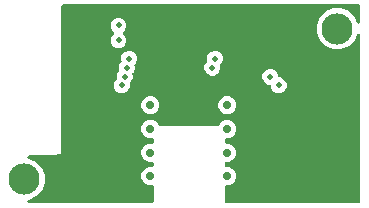
<source format=gbr>
G04 EAGLE Gerber RS-274X export*
G75*
%MOMM*%
%FSLAX34Y34*%
%LPD*%
%INEAGLE Copper Layer 15*%
%IPPOS*%
%AMOC8*
5,1,8,0,0,1.08239X$1,22.5*%
G01*
%ADD10C,0.703200*%
%ADD11C,0.508000*%
%ADD12C,2.640000*%

G36*
X133028Y4830D02*
X133028Y4830D01*
X133054Y4828D01*
X133201Y4850D01*
X133348Y4867D01*
X133373Y4875D01*
X133399Y4879D01*
X133537Y4934D01*
X133676Y4984D01*
X133698Y4998D01*
X133723Y5008D01*
X133844Y5093D01*
X133969Y5173D01*
X133987Y5192D01*
X134009Y5207D01*
X134108Y5317D01*
X134211Y5424D01*
X134225Y5446D01*
X134242Y5466D01*
X134314Y5596D01*
X134390Y5723D01*
X134398Y5748D01*
X134411Y5771D01*
X134451Y5914D01*
X134496Y6055D01*
X134498Y6081D01*
X134506Y6106D01*
X134525Y6350D01*
X134525Y18396D01*
X134522Y18422D01*
X134524Y18448D01*
X134502Y18595D01*
X134485Y18742D01*
X134477Y18767D01*
X134473Y18793D01*
X134418Y18931D01*
X134368Y19070D01*
X134354Y19092D01*
X134344Y19117D01*
X134259Y19238D01*
X134179Y19363D01*
X134160Y19381D01*
X134145Y19403D01*
X134035Y19502D01*
X133928Y19605D01*
X133906Y19619D01*
X133886Y19636D01*
X133756Y19708D01*
X133629Y19784D01*
X133604Y19792D01*
X133581Y19805D01*
X133438Y19845D01*
X133297Y19890D01*
X133271Y19892D01*
X133246Y19900D01*
X133002Y19919D01*
X130217Y19919D01*
X127431Y21073D01*
X125298Y23206D01*
X124144Y25992D01*
X124144Y29008D01*
X125298Y31794D01*
X127431Y33927D01*
X130217Y35081D01*
X133002Y35081D01*
X133028Y35084D01*
X133054Y35082D01*
X133201Y35104D01*
X133348Y35121D01*
X133373Y35129D01*
X133399Y35133D01*
X133537Y35188D01*
X133676Y35238D01*
X133698Y35252D01*
X133723Y35262D01*
X133844Y35347D01*
X133969Y35427D01*
X133987Y35446D01*
X134009Y35461D01*
X134108Y35571D01*
X134211Y35678D01*
X134225Y35700D01*
X134242Y35720D01*
X134314Y35850D01*
X134390Y35977D01*
X134398Y36002D01*
X134411Y36025D01*
X134451Y36168D01*
X134496Y36309D01*
X134498Y36335D01*
X134506Y36360D01*
X134525Y36604D01*
X134525Y38396D01*
X134522Y38422D01*
X134524Y38448D01*
X134502Y38595D01*
X134485Y38742D01*
X134477Y38767D01*
X134473Y38793D01*
X134418Y38931D01*
X134368Y39070D01*
X134354Y39092D01*
X134344Y39117D01*
X134259Y39238D01*
X134179Y39363D01*
X134160Y39381D01*
X134145Y39403D01*
X134035Y39502D01*
X133928Y39605D01*
X133906Y39619D01*
X133886Y39636D01*
X133756Y39708D01*
X133629Y39784D01*
X133604Y39792D01*
X133581Y39805D01*
X133438Y39845D01*
X133297Y39890D01*
X133271Y39892D01*
X133246Y39900D01*
X133002Y39919D01*
X130217Y39919D01*
X127431Y41073D01*
X125298Y43206D01*
X124144Y45992D01*
X124144Y49008D01*
X125298Y51794D01*
X127431Y53927D01*
X130217Y55081D01*
X133002Y55081D01*
X133028Y55084D01*
X133054Y55082D01*
X133201Y55104D01*
X133348Y55121D01*
X133373Y55129D01*
X133399Y55133D01*
X133537Y55188D01*
X133676Y55238D01*
X133698Y55252D01*
X133723Y55262D01*
X133844Y55347D01*
X133969Y55427D01*
X133987Y55446D01*
X134009Y55461D01*
X134108Y55571D01*
X134211Y55678D01*
X134225Y55700D01*
X134242Y55720D01*
X134314Y55850D01*
X134390Y55977D01*
X134398Y56002D01*
X134411Y56025D01*
X134451Y56168D01*
X134496Y56309D01*
X134498Y56335D01*
X134506Y56360D01*
X134525Y56604D01*
X134525Y58396D01*
X134522Y58422D01*
X134524Y58448D01*
X134502Y58595D01*
X134485Y58742D01*
X134477Y58767D01*
X134473Y58793D01*
X134418Y58931D01*
X134368Y59070D01*
X134354Y59092D01*
X134344Y59117D01*
X134259Y59238D01*
X134179Y59363D01*
X134160Y59381D01*
X134145Y59403D01*
X134035Y59502D01*
X133928Y59605D01*
X133906Y59619D01*
X133886Y59636D01*
X133756Y59708D01*
X133629Y59784D01*
X133604Y59792D01*
X133581Y59805D01*
X133438Y59845D01*
X133297Y59890D01*
X133271Y59892D01*
X133246Y59900D01*
X133002Y59919D01*
X130217Y59919D01*
X127431Y61073D01*
X125298Y63206D01*
X124144Y65992D01*
X124144Y69008D01*
X125298Y71794D01*
X127431Y73927D01*
X130217Y75081D01*
X133233Y75081D01*
X136019Y73927D01*
X138152Y71794D01*
X138630Y70640D01*
X138667Y70573D01*
X138695Y70502D01*
X138751Y70421D01*
X138799Y70335D01*
X138850Y70279D01*
X138894Y70216D01*
X138967Y70150D01*
X139033Y70077D01*
X139096Y70034D01*
X139153Y69983D01*
X139239Y69935D01*
X139320Y69879D01*
X139391Y69851D01*
X139458Y69814D01*
X139553Y69787D01*
X139644Y69751D01*
X139720Y69740D01*
X139793Y69719D01*
X139942Y69707D01*
X139989Y69700D01*
X140008Y69702D01*
X140037Y69700D01*
X188413Y69700D01*
X188489Y69708D01*
X188565Y69707D01*
X188662Y69728D01*
X188759Y69740D01*
X188831Y69765D01*
X188906Y69782D01*
X188995Y69824D01*
X189087Y69857D01*
X189152Y69899D01*
X189221Y69931D01*
X189297Y69993D01*
X189380Y70046D01*
X189433Y70101D01*
X189493Y70149D01*
X189554Y70226D01*
X189622Y70297D01*
X189662Y70362D01*
X189709Y70422D01*
X189777Y70555D01*
X189801Y70596D01*
X189807Y70614D01*
X189820Y70640D01*
X190298Y71794D01*
X192431Y73927D01*
X195217Y75081D01*
X198233Y75081D01*
X201019Y73927D01*
X203152Y71794D01*
X204306Y69008D01*
X204306Y65992D01*
X203152Y63206D01*
X201019Y61073D01*
X198233Y59919D01*
X196350Y59919D01*
X196324Y59916D01*
X196298Y59918D01*
X196151Y59896D01*
X196004Y59879D01*
X195979Y59871D01*
X195953Y59867D01*
X195815Y59812D01*
X195676Y59762D01*
X195654Y59748D01*
X195629Y59738D01*
X195508Y59653D01*
X195383Y59573D01*
X195365Y59554D01*
X195343Y59539D01*
X195244Y59429D01*
X195141Y59322D01*
X195127Y59300D01*
X195110Y59280D01*
X195038Y59150D01*
X194962Y59023D01*
X194954Y58998D01*
X194941Y58975D01*
X194901Y58832D01*
X194856Y58691D01*
X194854Y58665D01*
X194846Y58640D01*
X194827Y58396D01*
X194827Y56604D01*
X194829Y56583D01*
X194828Y56565D01*
X194828Y56560D01*
X194828Y56552D01*
X194850Y56405D01*
X194867Y56258D01*
X194875Y56233D01*
X194879Y56207D01*
X194934Y56069D01*
X194984Y55930D01*
X194998Y55908D01*
X195008Y55883D01*
X195093Y55762D01*
X195173Y55637D01*
X195192Y55619D01*
X195207Y55597D01*
X195317Y55498D01*
X195424Y55395D01*
X195446Y55381D01*
X195466Y55364D01*
X195596Y55292D01*
X195723Y55216D01*
X195748Y55208D01*
X195771Y55195D01*
X195914Y55155D01*
X196055Y55110D01*
X196081Y55108D01*
X196106Y55100D01*
X196350Y55081D01*
X198233Y55081D01*
X201019Y53927D01*
X203152Y51794D01*
X204306Y49008D01*
X204306Y45992D01*
X203152Y43206D01*
X201019Y41073D01*
X198233Y39919D01*
X196350Y39919D01*
X196324Y39916D01*
X196298Y39918D01*
X196151Y39896D01*
X196004Y39879D01*
X195979Y39871D01*
X195953Y39867D01*
X195815Y39812D01*
X195676Y39762D01*
X195654Y39748D01*
X195629Y39738D01*
X195508Y39653D01*
X195383Y39573D01*
X195365Y39554D01*
X195343Y39539D01*
X195244Y39429D01*
X195141Y39322D01*
X195127Y39300D01*
X195110Y39280D01*
X195038Y39150D01*
X194962Y39023D01*
X194954Y38998D01*
X194941Y38975D01*
X194901Y38832D01*
X194856Y38691D01*
X194854Y38665D01*
X194846Y38640D01*
X194827Y38396D01*
X194827Y36604D01*
X194830Y36578D01*
X194828Y36552D01*
X194850Y36405D01*
X194867Y36258D01*
X194875Y36233D01*
X194879Y36207D01*
X194934Y36069D01*
X194984Y35930D01*
X194998Y35908D01*
X195008Y35883D01*
X195093Y35762D01*
X195173Y35637D01*
X195192Y35619D01*
X195207Y35597D01*
X195317Y35498D01*
X195424Y35395D01*
X195446Y35381D01*
X195466Y35364D01*
X195596Y35292D01*
X195723Y35216D01*
X195748Y35208D01*
X195771Y35195D01*
X195914Y35155D01*
X196055Y35110D01*
X196081Y35108D01*
X196106Y35100D01*
X196350Y35081D01*
X198233Y35081D01*
X201019Y33927D01*
X203152Y31794D01*
X204306Y29008D01*
X204306Y25992D01*
X203152Y23206D01*
X201019Y21073D01*
X198233Y19919D01*
X196350Y19919D01*
X196324Y19916D01*
X196298Y19918D01*
X196151Y19896D01*
X196004Y19879D01*
X195979Y19871D01*
X195953Y19867D01*
X195815Y19812D01*
X195676Y19762D01*
X195654Y19748D01*
X195629Y19738D01*
X195508Y19653D01*
X195383Y19573D01*
X195365Y19554D01*
X195343Y19539D01*
X195244Y19429D01*
X195141Y19322D01*
X195127Y19300D01*
X195110Y19280D01*
X195038Y19150D01*
X194962Y19023D01*
X194954Y18998D01*
X194941Y18975D01*
X194901Y18832D01*
X194856Y18691D01*
X194854Y18665D01*
X194846Y18640D01*
X194827Y18396D01*
X194827Y6350D01*
X194830Y6324D01*
X194828Y6298D01*
X194850Y6151D01*
X194867Y6004D01*
X194875Y5979D01*
X194879Y5953D01*
X194934Y5815D01*
X194984Y5676D01*
X194998Y5654D01*
X195008Y5629D01*
X195093Y5508D01*
X195173Y5383D01*
X195192Y5365D01*
X195207Y5343D01*
X195317Y5244D01*
X195424Y5141D01*
X195446Y5127D01*
X195466Y5110D01*
X195596Y5038D01*
X195723Y4962D01*
X195748Y4954D01*
X195771Y4941D01*
X195914Y4901D01*
X196055Y4856D01*
X196081Y4854D01*
X196106Y4846D01*
X196350Y4827D01*
X307975Y4827D01*
X308001Y4830D01*
X308027Y4828D01*
X308174Y4850D01*
X308321Y4867D01*
X308346Y4875D01*
X308372Y4879D01*
X308510Y4934D01*
X308649Y4984D01*
X308671Y4998D01*
X308696Y5008D01*
X308817Y5093D01*
X308942Y5173D01*
X308960Y5192D01*
X308982Y5207D01*
X309081Y5317D01*
X309184Y5424D01*
X309198Y5446D01*
X309215Y5466D01*
X309287Y5596D01*
X309363Y5723D01*
X309371Y5748D01*
X309384Y5771D01*
X309424Y5914D01*
X309469Y6055D01*
X309471Y6081D01*
X309479Y6106D01*
X309498Y6350D01*
X309498Y146800D01*
X309493Y146850D01*
X309495Y146900D01*
X309473Y147023D01*
X309458Y147146D01*
X309441Y147194D01*
X309432Y147243D01*
X309383Y147357D01*
X309341Y147474D01*
X309314Y147517D01*
X309294Y147563D01*
X309219Y147663D01*
X309152Y147767D01*
X309116Y147802D01*
X309086Y147843D01*
X308991Y147923D01*
X308901Y148009D01*
X308858Y148035D01*
X308820Y148068D01*
X308709Y148124D01*
X308602Y148188D01*
X308554Y148204D01*
X308509Y148227D01*
X308389Y148257D01*
X308270Y148295D01*
X308220Y148299D01*
X308171Y148311D01*
X308047Y148313D01*
X307923Y148322D01*
X307873Y148315D01*
X307823Y148316D01*
X307701Y148289D01*
X307578Y148271D01*
X307531Y148252D01*
X307482Y148241D01*
X307370Y148188D01*
X307254Y148142D01*
X307213Y148113D01*
X307167Y148092D01*
X307070Y148014D01*
X306968Y147943D01*
X306934Y147906D01*
X306895Y147874D01*
X306818Y147777D01*
X306735Y147684D01*
X306710Y147640D01*
X306679Y147601D01*
X306568Y147383D01*
X304636Y142720D01*
X299780Y137864D01*
X293434Y135235D01*
X286566Y135235D01*
X280220Y137864D01*
X275364Y142720D01*
X272735Y149066D01*
X272735Y155934D01*
X275364Y162280D01*
X280220Y167136D01*
X286566Y169765D01*
X293434Y169765D01*
X299780Y167136D01*
X304636Y162280D01*
X306568Y157617D01*
X306592Y157573D01*
X306609Y157526D01*
X306677Y157421D01*
X306737Y157312D01*
X306771Y157275D01*
X306798Y157233D01*
X306888Y157146D01*
X306971Y157054D01*
X307013Y157026D01*
X307049Y156991D01*
X307156Y156927D01*
X307258Y156856D01*
X307305Y156837D01*
X307348Y156812D01*
X307466Y156774D01*
X307582Y156728D01*
X307632Y156721D01*
X307680Y156705D01*
X307804Y156696D01*
X307927Y156677D01*
X307977Y156682D01*
X308027Y156678D01*
X308150Y156696D01*
X308274Y156706D01*
X308322Y156722D01*
X308372Y156729D01*
X308487Y156775D01*
X308606Y156813D01*
X308649Y156839D01*
X308696Y156858D01*
X308798Y156929D01*
X308904Y156993D01*
X308941Y157028D01*
X308982Y157057D01*
X309065Y157149D01*
X309154Y157236D01*
X309182Y157278D01*
X309215Y157316D01*
X309276Y157425D01*
X309343Y157529D01*
X309360Y157577D01*
X309384Y157621D01*
X309418Y157740D01*
X309459Y157858D01*
X309465Y157908D01*
X309479Y157956D01*
X309498Y158200D01*
X309498Y171450D01*
X309495Y171476D01*
X309497Y171502D01*
X309475Y171649D01*
X309458Y171796D01*
X309450Y171821D01*
X309446Y171847D01*
X309391Y171985D01*
X309341Y172124D01*
X309327Y172146D01*
X309317Y172171D01*
X309232Y172292D01*
X309152Y172417D01*
X309133Y172435D01*
X309118Y172457D01*
X309008Y172556D01*
X308901Y172659D01*
X308879Y172673D01*
X308859Y172690D01*
X308729Y172762D01*
X308602Y172838D01*
X308577Y172846D01*
X308554Y172859D01*
X308411Y172899D01*
X308270Y172944D01*
X308244Y172946D01*
X308219Y172954D01*
X307975Y172973D01*
X57823Y172973D01*
X57797Y172970D01*
X57771Y172972D01*
X57624Y172950D01*
X57477Y172933D01*
X57452Y172925D01*
X57426Y172921D01*
X57288Y172866D01*
X57149Y172816D01*
X57127Y172802D01*
X57102Y172792D01*
X56981Y172707D01*
X56856Y172627D01*
X56838Y172608D01*
X56816Y172593D01*
X56717Y172483D01*
X56614Y172376D01*
X56600Y172354D01*
X56583Y172334D01*
X56511Y172204D01*
X56435Y172077D01*
X56427Y172052D01*
X56414Y172029D01*
X56374Y171886D01*
X56329Y171745D01*
X56327Y171719D01*
X56319Y171694D01*
X56300Y171450D01*
X56300Y103465D01*
X55743Y102120D01*
X55742Y102118D01*
X55741Y102117D01*
X55694Y101949D01*
X55647Y101785D01*
X55647Y101783D01*
X55646Y101781D01*
X55627Y101537D01*
X55627Y45973D01*
X53194Y45973D01*
X53192Y45973D01*
X53190Y45973D01*
X53019Y45953D01*
X52848Y45933D01*
X52846Y45933D01*
X52844Y45932D01*
X52611Y45857D01*
X50960Y45173D01*
X29070Y45173D01*
X29020Y45168D01*
X28970Y45170D01*
X28847Y45148D01*
X28724Y45133D01*
X28677Y45116D01*
X28627Y45107D01*
X28513Y45058D01*
X28396Y45016D01*
X28354Y44989D01*
X28307Y44969D01*
X28208Y44894D01*
X28103Y44827D01*
X28068Y44791D01*
X28028Y44761D01*
X27947Y44666D01*
X27861Y44576D01*
X27835Y44533D01*
X27803Y44495D01*
X27746Y44384D01*
X27682Y44277D01*
X27667Y44229D01*
X27644Y44184D01*
X27614Y44064D01*
X27576Y43945D01*
X27572Y43895D01*
X27560Y43846D01*
X27558Y43722D01*
X27548Y43598D01*
X27555Y43548D01*
X27555Y43498D01*
X27581Y43376D01*
X27600Y43253D01*
X27618Y43206D01*
X27629Y43157D01*
X27682Y43045D01*
X27728Y42929D01*
X27757Y42888D01*
X27779Y42842D01*
X27856Y42745D01*
X27927Y42643D01*
X27965Y42609D01*
X27996Y42570D01*
X28094Y42493D01*
X28186Y42410D01*
X28230Y42385D01*
X28270Y42354D01*
X28487Y42243D01*
X34780Y39636D01*
X39636Y34780D01*
X42265Y28434D01*
X42265Y21566D01*
X39636Y15220D01*
X34780Y10364D01*
X28487Y7757D01*
X28443Y7733D01*
X28396Y7716D01*
X28291Y7648D01*
X28183Y7588D01*
X28145Y7554D01*
X28103Y7527D01*
X28017Y7437D01*
X27925Y7354D01*
X27896Y7312D01*
X27861Y7276D01*
X27797Y7170D01*
X27726Y7067D01*
X27708Y7020D01*
X27682Y6977D01*
X27644Y6859D01*
X27599Y6743D01*
X27591Y6693D01*
X27576Y6645D01*
X27566Y6521D01*
X27548Y6398D01*
X27552Y6348D01*
X27548Y6298D01*
X27566Y6175D01*
X27577Y6051D01*
X27592Y6003D01*
X27600Y5953D01*
X27646Y5838D01*
X27684Y5719D01*
X27710Y5676D01*
X27728Y5629D01*
X27799Y5527D01*
X27863Y5421D01*
X27899Y5384D01*
X27927Y5343D01*
X28019Y5260D01*
X28106Y5171D01*
X28149Y5143D01*
X28186Y5110D01*
X28295Y5050D01*
X28400Y4982D01*
X28447Y4966D01*
X28491Y4941D01*
X28611Y4907D01*
X28728Y4866D01*
X28778Y4860D01*
X28826Y4846D01*
X29070Y4827D01*
X133002Y4827D01*
X133028Y4830D01*
G37*
%LPC*%
G36*
X106161Y97970D02*
X106161Y97970D01*
X103734Y98976D01*
X101876Y100834D01*
X100870Y103261D01*
X100870Y105889D01*
X101876Y108316D01*
X102924Y109365D01*
X103003Y109464D01*
X103087Y109558D01*
X103111Y109600D01*
X103141Y109638D01*
X103195Y109752D01*
X103256Y109863D01*
X103269Y109909D01*
X103290Y109953D01*
X103316Y110076D01*
X103351Y110198D01*
X103356Y110259D01*
X103363Y110293D01*
X103362Y110341D01*
X103370Y110442D01*
X103370Y112914D01*
X104376Y115341D01*
X105010Y115976D01*
X105058Y116036D01*
X105113Y116089D01*
X105166Y116171D01*
X105227Y116249D01*
X105260Y116318D01*
X105301Y116382D01*
X105334Y116475D01*
X105376Y116564D01*
X105392Y116638D01*
X105417Y116711D01*
X105428Y116809D01*
X105449Y116905D01*
X105448Y116981D01*
X105456Y117057D01*
X105445Y117155D01*
X105443Y117253D01*
X105425Y117327D01*
X105416Y117403D01*
X105370Y117545D01*
X105358Y117591D01*
X105349Y117608D01*
X105340Y117636D01*
X105195Y117986D01*
X105195Y120614D01*
X106201Y123041D01*
X106835Y123676D01*
X106883Y123736D01*
X106938Y123789D01*
X106991Y123872D01*
X107052Y123949D01*
X107085Y124018D01*
X107126Y124082D01*
X107159Y124175D01*
X107201Y124264D01*
X107217Y124339D01*
X107242Y124411D01*
X107253Y124509D01*
X107274Y124605D01*
X107273Y124681D01*
X107281Y124757D01*
X107270Y124855D01*
X107268Y124953D01*
X107250Y125027D01*
X107241Y125103D01*
X107195Y125245D01*
X107183Y125291D01*
X107174Y125308D01*
X107165Y125336D01*
X107020Y125686D01*
X107020Y128314D01*
X108026Y130741D01*
X109884Y132599D01*
X112311Y133605D01*
X114939Y133605D01*
X117366Y132599D01*
X119224Y130741D01*
X120230Y128314D01*
X120230Y125686D01*
X119224Y123259D01*
X118590Y122624D01*
X118542Y122564D01*
X118487Y122511D01*
X118434Y122429D01*
X118373Y122351D01*
X118340Y122282D01*
X118299Y122218D01*
X118266Y122125D01*
X118224Y122036D01*
X118208Y121962D01*
X118183Y121889D01*
X118172Y121791D01*
X118151Y121695D01*
X118152Y121619D01*
X118144Y121543D01*
X118155Y121445D01*
X118157Y121347D01*
X118175Y121273D01*
X118184Y121197D01*
X118230Y121055D01*
X118242Y121009D01*
X118251Y120992D01*
X118260Y120964D01*
X118405Y120614D01*
X118405Y117986D01*
X117399Y115559D01*
X116765Y114924D01*
X116717Y114864D01*
X116662Y114811D01*
X116609Y114728D01*
X116548Y114651D01*
X116515Y114582D01*
X116474Y114518D01*
X116441Y114425D01*
X116399Y114336D01*
X116383Y114261D01*
X116358Y114189D01*
X116347Y114091D01*
X116326Y113995D01*
X116327Y113919D01*
X116319Y113843D01*
X116330Y113745D01*
X116332Y113647D01*
X116350Y113573D01*
X116359Y113497D01*
X116405Y113355D01*
X116417Y113309D01*
X116426Y113292D01*
X116435Y113264D01*
X116580Y112914D01*
X116580Y110286D01*
X115574Y107859D01*
X114526Y106810D01*
X114447Y106711D01*
X114363Y106617D01*
X114339Y106575D01*
X114309Y106537D01*
X114255Y106423D01*
X114194Y106312D01*
X114181Y106266D01*
X114160Y106222D01*
X114134Y106099D01*
X114099Y105977D01*
X114094Y105916D01*
X114087Y105882D01*
X114088Y105834D01*
X114080Y105733D01*
X114080Y103261D01*
X113074Y100834D01*
X111216Y98976D01*
X108789Y97970D01*
X106161Y97970D01*
G37*
%LPD*%
%LPC*%
G36*
X103461Y135895D02*
X103461Y135895D01*
X101034Y136901D01*
X99176Y138759D01*
X98170Y141186D01*
X98170Y143814D01*
X99176Y146241D01*
X100707Y147773D01*
X100724Y147793D01*
X100744Y147810D01*
X100832Y147930D01*
X100924Y148046D01*
X100935Y148070D01*
X100951Y148091D01*
X101009Y148227D01*
X101073Y148361D01*
X101078Y148387D01*
X101089Y148411D01*
X101115Y148557D01*
X101146Y148702D01*
X101146Y148728D01*
X101151Y148754D01*
X101143Y148902D01*
X101140Y149050D01*
X101134Y149076D01*
X101133Y149102D01*
X101092Y149244D01*
X101055Y149388D01*
X101043Y149411D01*
X101036Y149437D01*
X100964Y149566D01*
X100896Y149698D01*
X100879Y149718D01*
X100866Y149741D01*
X100707Y149927D01*
X99176Y151459D01*
X98170Y153886D01*
X98170Y156514D01*
X99176Y158941D01*
X101034Y160799D01*
X103461Y161805D01*
X106089Y161805D01*
X108516Y160799D01*
X110374Y158941D01*
X111380Y156514D01*
X111380Y153886D01*
X110374Y151459D01*
X108843Y149927D01*
X108826Y149907D01*
X108806Y149890D01*
X108718Y149770D01*
X108626Y149654D01*
X108615Y149630D01*
X108599Y149609D01*
X108540Y149473D01*
X108477Y149339D01*
X108472Y149313D01*
X108461Y149289D01*
X108435Y149143D01*
X108404Y148998D01*
X108404Y148972D01*
X108399Y148946D01*
X108407Y148798D01*
X108410Y148650D01*
X108416Y148624D01*
X108417Y148598D01*
X108459Y148456D01*
X108495Y148312D01*
X108507Y148289D01*
X108514Y148263D01*
X108586Y148134D01*
X108654Y148002D01*
X108671Y147982D01*
X108684Y147959D01*
X108843Y147773D01*
X110374Y146241D01*
X111380Y143814D01*
X111380Y141186D01*
X110374Y138759D01*
X108516Y136901D01*
X106089Y135895D01*
X103461Y135895D01*
G37*
%LPD*%
%LPC*%
G36*
X239036Y97970D02*
X239036Y97970D01*
X236609Y98976D01*
X234751Y100834D01*
X233745Y103261D01*
X233745Y103472D01*
X233742Y103498D01*
X233744Y103524D01*
X233722Y103671D01*
X233705Y103818D01*
X233697Y103843D01*
X233693Y103869D01*
X233638Y104007D01*
X233588Y104146D01*
X233574Y104168D01*
X233564Y104193D01*
X233479Y104314D01*
X233399Y104439D01*
X233380Y104457D01*
X233365Y104479D01*
X233255Y104578D01*
X233148Y104681D01*
X233126Y104695D01*
X233106Y104712D01*
X232976Y104784D01*
X232849Y104860D01*
X232824Y104868D01*
X232801Y104881D01*
X232658Y104921D01*
X232517Y104966D01*
X232491Y104968D01*
X232466Y104976D01*
X232222Y104995D01*
X231811Y104995D01*
X229384Y106001D01*
X227526Y107859D01*
X226520Y110286D01*
X226520Y112914D01*
X227526Y115341D01*
X229384Y117199D01*
X231811Y118205D01*
X234439Y118205D01*
X236866Y117199D01*
X238724Y115341D01*
X239730Y112914D01*
X239730Y112703D01*
X239733Y112677D01*
X239731Y112651D01*
X239753Y112504D01*
X239770Y112357D01*
X239778Y112332D01*
X239782Y112306D01*
X239837Y112168D01*
X239887Y112029D01*
X239901Y112007D01*
X239911Y111982D01*
X239996Y111861D01*
X240076Y111736D01*
X240095Y111718D01*
X240110Y111696D01*
X240220Y111597D01*
X240327Y111494D01*
X240349Y111480D01*
X240369Y111463D01*
X240499Y111391D01*
X240626Y111315D01*
X240651Y111307D01*
X240674Y111294D01*
X240817Y111254D01*
X240958Y111209D01*
X240984Y111207D01*
X241009Y111199D01*
X241253Y111180D01*
X241664Y111180D01*
X244091Y110174D01*
X245949Y108316D01*
X246955Y105889D01*
X246955Y103261D01*
X245949Y100834D01*
X244091Y98976D01*
X241664Y97970D01*
X239036Y97970D01*
G37*
%LPD*%
%LPC*%
G36*
X182636Y112695D02*
X182636Y112695D01*
X180209Y113701D01*
X178351Y115559D01*
X177345Y117986D01*
X177345Y120614D01*
X178351Y123041D01*
X179463Y124153D01*
X179510Y124213D01*
X179565Y124266D01*
X179618Y124349D01*
X179679Y124426D01*
X179712Y124495D01*
X179753Y124560D01*
X179786Y124652D01*
X179828Y124741D01*
X179844Y124816D01*
X179870Y124888D01*
X179881Y124986D01*
X179901Y125082D01*
X179900Y125158D01*
X179909Y125234D01*
X179897Y125332D01*
X179895Y125430D01*
X179877Y125504D01*
X179868Y125581D01*
X179845Y125650D01*
X179845Y128314D01*
X180851Y130741D01*
X182709Y132599D01*
X185136Y133605D01*
X187764Y133605D01*
X190191Y132599D01*
X192049Y130741D01*
X193055Y128314D01*
X193055Y125686D01*
X192049Y123259D01*
X190937Y122147D01*
X190890Y122087D01*
X190835Y122034D01*
X190782Y121951D01*
X190721Y121874D01*
X190688Y121805D01*
X190647Y121740D01*
X190614Y121648D01*
X190572Y121559D01*
X190556Y121484D01*
X190530Y121412D01*
X190519Y121314D01*
X190499Y121218D01*
X190500Y121142D01*
X190491Y121066D01*
X190503Y120968D01*
X190505Y120870D01*
X190523Y120796D01*
X190532Y120719D01*
X190555Y120650D01*
X190555Y117986D01*
X189549Y115559D01*
X187691Y113701D01*
X185264Y112695D01*
X182636Y112695D01*
G37*
%LPD*%
%LPC*%
G36*
X195217Y79919D02*
X195217Y79919D01*
X192431Y81073D01*
X190298Y83206D01*
X189144Y85992D01*
X189144Y89008D01*
X190298Y91794D01*
X192431Y93927D01*
X195217Y95081D01*
X198233Y95081D01*
X201019Y93927D01*
X203152Y91794D01*
X204306Y89008D01*
X204306Y85992D01*
X203152Y83206D01*
X201019Y81073D01*
X198233Y79919D01*
X195217Y79919D01*
G37*
%LPD*%
%LPC*%
G36*
X130217Y79919D02*
X130217Y79919D01*
X127431Y81073D01*
X125298Y83206D01*
X124144Y85992D01*
X124144Y89008D01*
X125298Y91794D01*
X127431Y93927D01*
X130217Y95081D01*
X133233Y95081D01*
X136019Y93927D01*
X138152Y91794D01*
X139306Y89008D01*
X139306Y85992D01*
X138152Y83206D01*
X136019Y81073D01*
X133233Y79919D01*
X130217Y79919D01*
G37*
%LPD*%
D10*
X131725Y27500D03*
X131725Y47500D03*
X131725Y67500D03*
X131725Y87500D03*
X196725Y27500D03*
X196725Y47500D03*
X196725Y67500D03*
X196725Y87500D03*
D11*
X104775Y155200D03*
X104775Y142500D03*
X183950Y147625D03*
D10*
X217500Y18400D03*
X297500Y92500D03*
X297500Y82500D03*
X297500Y72500D03*
X297500Y62500D03*
X297500Y52500D03*
X297500Y42500D03*
X297500Y32500D03*
X90000Y97500D03*
X110000Y45000D03*
X110000Y30000D03*
X110000Y15000D03*
X65000Y67500D03*
X65000Y82500D03*
X65000Y97500D03*
X65000Y52500D03*
X65000Y37500D03*
X65000Y22500D03*
D11*
X107475Y104575D03*
X240350Y104575D03*
X109975Y111600D03*
X233125Y111600D03*
D12*
X25000Y25000D03*
X290000Y152500D03*
D11*
X113625Y127000D03*
X186450Y127000D03*
X111800Y119300D03*
X183950Y119300D03*
M02*

</source>
